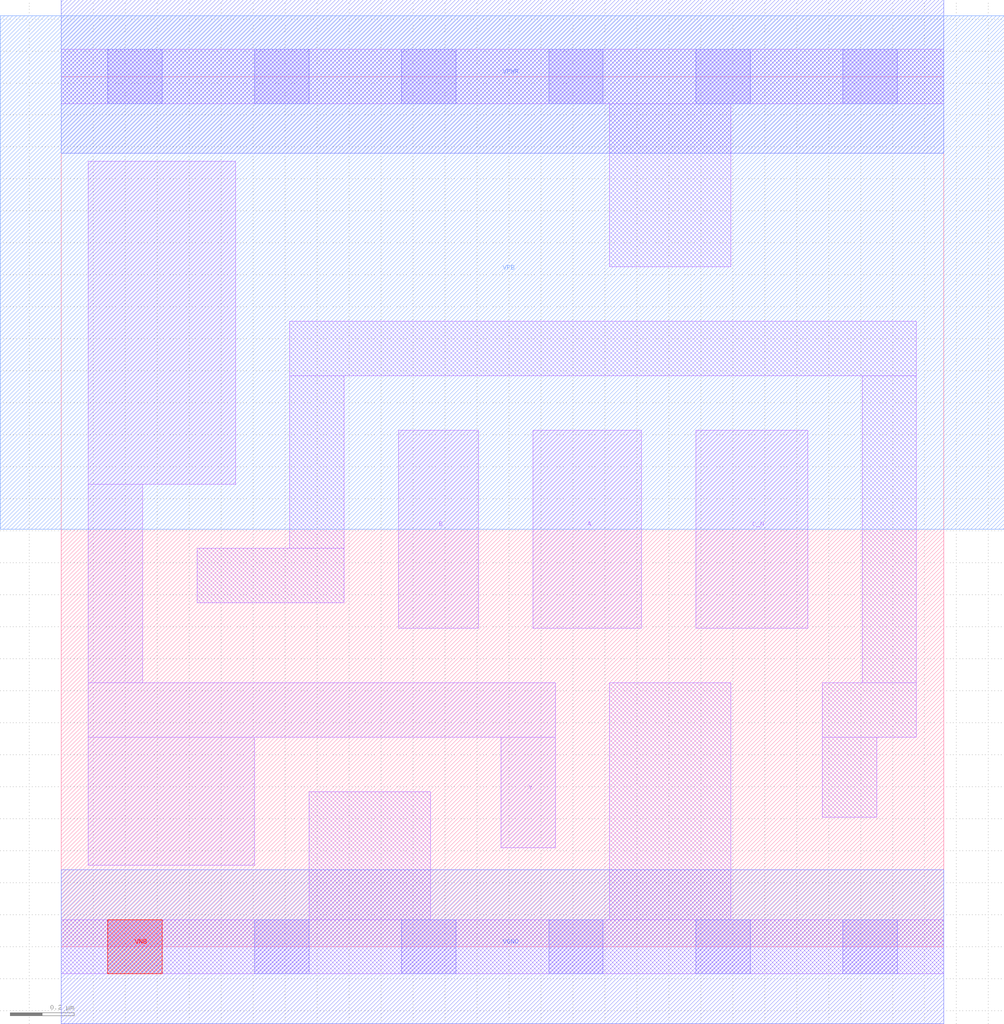
<source format=lef>
# Copyright 2020 The SkyWater PDK Authors
#
# Licensed under the Apache License, Version 2.0 (the "License");
# you may not use this file except in compliance with the License.
# You may obtain a copy of the License at
#
#     https://www.apache.org/licenses/LICENSE-2.0
#
# Unless required by applicable law or agreed to in writing, software
# distributed under the License is distributed on an "AS IS" BASIS,
# WITHOUT WARRANTIES OR CONDITIONS OF ANY KIND, either express or implied.
# See the License for the specific language governing permissions and
# limitations under the License.
#
# SPDX-License-Identifier: Apache-2.0

VERSION 5.7 ;
  NOWIREEXTENSIONATPIN ON ;
  DIVIDERCHAR "/" ;
  BUSBITCHARS "[]" ;
PROPERTYDEFINITIONS
  MACRO maskLayoutSubType STRING ;
  MACRO prCellType STRING ;
  MACRO originalViewName STRING ;
END PROPERTYDEFINITIONS
MACRO sky130_fd_sc_hdll__nor3b_1
  CLASS CORE ;
  FOREIGN sky130_fd_sc_hdll__nor3b_1 ;
  ORIGIN  0.000000  0.000000 ;
  SIZE  2.760000 BY  2.720000 ;
  SYMMETRY X Y R90 ;
  SITE unithd ;
  PIN A
    ANTENNAGATEAREA  0.277500 ;
    DIRECTION INPUT ;
    USE SIGNAL ;
    PORT
      LAYER li1 ;
        RECT 1.475000 0.995000 1.815000 1.615000 ;
    END
  END A
  PIN B
    ANTENNAGATEAREA  0.277500 ;
    DIRECTION INPUT ;
    USE SIGNAL ;
    PORT
      LAYER li1 ;
        RECT 1.055000 0.995000 1.305000 1.615000 ;
    END
  END B
  PIN C_N
    ANTENNAGATEAREA  0.138600 ;
    DIRECTION INPUT ;
    USE SIGNAL ;
    PORT
      LAYER li1 ;
        RECT 1.985000 0.995000 2.335000 1.615000 ;
    END
  END C_N
  PIN VGND
    ANTENNADIFFAREA  0.462000 ;
    DIRECTION INOUT ;
    USE SIGNAL ;
    PORT
      LAYER met1 ;
        RECT 0.000000 -0.240000 2.760000 0.240000 ;
    END
  END VGND
  PIN VNB
    PORT
      LAYER pwell ;
        RECT 0.145000 -0.085000 0.315000 0.085000 ;
    END
  END VNB
  PIN VPB
    PORT
      LAYER nwell ;
        RECT -0.190000 1.305000 2.950000 2.910000 ;
    END
  END VPB
  PIN VPWR
    ANTENNADIFFAREA  0.305700 ;
    DIRECTION INOUT ;
    USE SIGNAL ;
    PORT
      LAYER met1 ;
        RECT 0.000000 2.480000 2.760000 2.960000 ;
    END
  END VPWR
  PIN Y
    ANTENNADIFFAREA  0.759000 ;
    DIRECTION OUTPUT ;
    USE SIGNAL ;
    PORT
      LAYER li1 ;
        RECT 0.085000 0.255000 0.605000 0.655000 ;
        RECT 0.085000 0.655000 1.545000 0.825000 ;
        RECT 0.085000 0.825000 0.255000 1.445000 ;
        RECT 0.085000 1.445000 0.545000 2.455000 ;
        RECT 1.375000 0.310000 1.545000 0.655000 ;
    END
  END Y
  OBS
    LAYER li1 ;
      RECT 0.000000 -0.085000 2.760000 0.085000 ;
      RECT 0.000000  2.635000 2.760000 2.805000 ;
      RECT 0.425000  1.075000 0.885000 1.245000 ;
      RECT 0.715000  1.245000 0.885000 1.785000 ;
      RECT 0.715000  1.785000 2.675000 1.955000 ;
      RECT 0.775000  0.085000 1.155000 0.485000 ;
      RECT 1.715000  0.085000 2.095000 0.825000 ;
      RECT 1.715000  2.125000 2.095000 2.635000 ;
      RECT 2.380000  0.405000 2.550000 0.655000 ;
      RECT 2.380000  0.655000 2.675000 0.825000 ;
      RECT 2.505000  0.825000 2.675000 1.785000 ;
    LAYER mcon ;
      RECT 0.145000 -0.085000 0.315000 0.085000 ;
      RECT 0.145000  2.635000 0.315000 2.805000 ;
      RECT 0.605000 -0.085000 0.775000 0.085000 ;
      RECT 0.605000  2.635000 0.775000 2.805000 ;
      RECT 1.065000 -0.085000 1.235000 0.085000 ;
      RECT 1.065000  2.635000 1.235000 2.805000 ;
      RECT 1.525000 -0.085000 1.695000 0.085000 ;
      RECT 1.525000  2.635000 1.695000 2.805000 ;
      RECT 1.985000 -0.085000 2.155000 0.085000 ;
      RECT 1.985000  2.635000 2.155000 2.805000 ;
      RECT 2.445000 -0.085000 2.615000 0.085000 ;
      RECT 2.445000  2.635000 2.615000 2.805000 ;
  END
  PROPERTY maskLayoutSubType "abstract" ;
  PROPERTY prCellType "standard" ;
  PROPERTY originalViewName "layout" ;
END sky130_fd_sc_hdll__nor3b_1
END LIBRARY

</source>
